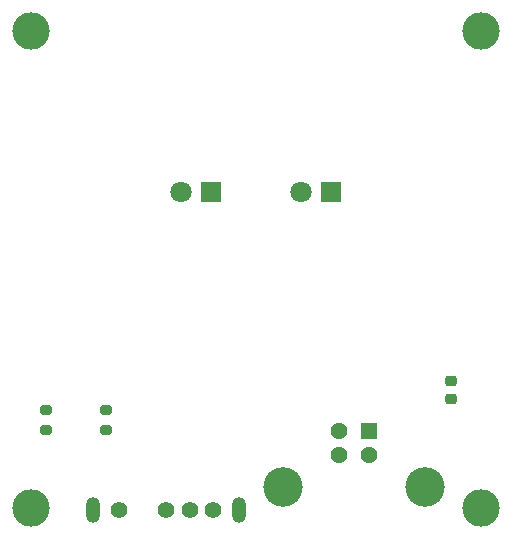
<source format=gbr>
%TF.GenerationSoftware,KiCad,Pcbnew,6.0.9-8da3e8f707~117~ubuntu20.04.1*%
%TF.CreationDate,2023-02-01T20:13:31-08:00*%
%TF.ProjectId,PiE_team_flag,5069455f-7465-4616-9d5f-666c61672e6b,rev?*%
%TF.SameCoordinates,Original*%
%TF.FileFunction,Soldermask,Top*%
%TF.FilePolarity,Negative*%
%FSLAX46Y46*%
G04 Gerber Fmt 4.6, Leading zero omitted, Abs format (unit mm)*
G04 Created by KiCad (PCBNEW 6.0.9-8da3e8f707~117~ubuntu20.04.1) date 2023-02-01 20:13:31*
%MOMM*%
%LPD*%
G01*
G04 APERTURE LIST*
G04 Aperture macros list*
%AMRoundRect*
0 Rectangle with rounded corners*
0 $1 Rounding radius*
0 $2 $3 $4 $5 $6 $7 $8 $9 X,Y pos of 4 corners*
0 Add a 4 corners polygon primitive as box body*
4,1,4,$2,$3,$4,$5,$6,$7,$8,$9,$2,$3,0*
0 Add four circle primitives for the rounded corners*
1,1,$1+$1,$2,$3*
1,1,$1+$1,$4,$5*
1,1,$1+$1,$6,$7*
1,1,$1+$1,$8,$9*
0 Add four rect primitives between the rounded corners*
20,1,$1+$1,$2,$3,$4,$5,0*
20,1,$1+$1,$4,$5,$6,$7,0*
20,1,$1+$1,$6,$7,$8,$9,0*
20,1,$1+$1,$8,$9,$2,$3,0*%
G04 Aperture macros list end*
%ADD10C,1.400000*%
%ADD11O,1.200000X2.200000*%
%ADD12R,1.428000X1.428000*%
%ADD13C,1.428000*%
%ADD14C,3.346000*%
%ADD15RoundRect,0.225000X-0.250000X0.225000X-0.250000X-0.225000X0.250000X-0.225000X0.250000X0.225000X0*%
%ADD16C,3.175000*%
%ADD17C,1.800000*%
%ADD18R,1.800000X1.800000*%
%ADD19RoundRect,0.200000X-0.275000X0.200000X-0.275000X-0.200000X0.275000X-0.200000X0.275000X0.200000X0*%
G04 APERTURE END LIST*
D10*
%TO.C,SW1*%
X150940000Y-127000000D03*
X154940000Y-127000000D03*
X156940000Y-127000000D03*
X158940000Y-127000000D03*
D11*
X161090000Y-127000000D03*
X148790000Y-127000000D03*
%TD*%
D12*
%TO.C,J1*%
X172090400Y-120334200D03*
D13*
X169590400Y-120334200D03*
X169590400Y-122334200D03*
X172090400Y-122334200D03*
D14*
X164820400Y-125044200D03*
X176860400Y-125044200D03*
%TD*%
D15*
%TO.C,C1*%
X179070000Y-116065000D03*
X179070000Y-117615000D03*
%TD*%
D16*
%TO.C,REF\u002A\u002A*%
X181610000Y-86487000D03*
%TD*%
D17*
%TO.C,LED2*%
X166370000Y-100126800D03*
D18*
X168910000Y-100126800D03*
%TD*%
D16*
%TO.C,REF\u002A\u002A*%
X143510000Y-86487000D03*
%TD*%
D19*
%TO.C,R1*%
X144780000Y-118555000D03*
X144780000Y-120205000D03*
%TD*%
D16*
%TO.C,REF\u002A\u002A*%
X181610000Y-126873000D03*
%TD*%
D18*
%TO.C,LED1*%
X158750000Y-100126800D03*
D17*
X156210000Y-100126800D03*
%TD*%
D16*
%TO.C,REF\u002A\u002A*%
X143510000Y-126873000D03*
%TD*%
D19*
%TO.C,R2*%
X149860000Y-118555000D03*
X149860000Y-120205000D03*
%TD*%
M02*

</source>
